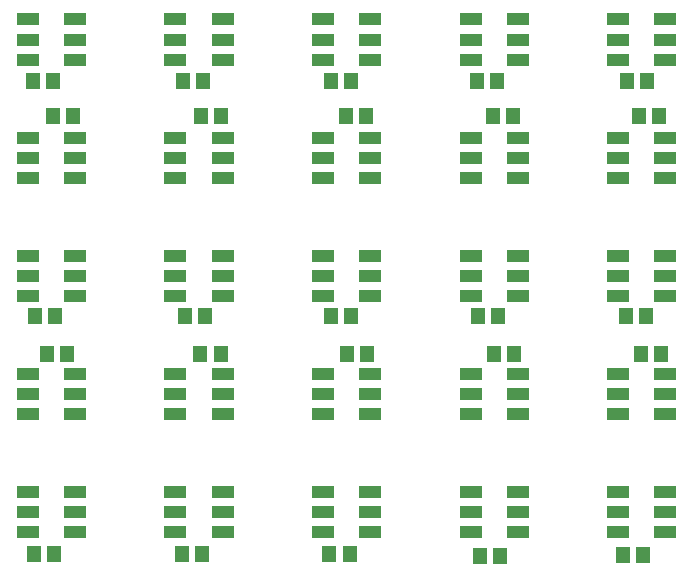
<source format=gtp>
G04 EAGLE Gerber RS-274X export*
G75*
%MOMM*%
%FSLAX34Y34*%
%LPD*%
%INSolderpaste Top*%
%IPPOS*%
%AMOC8*
5,1,8,0,0,1.08239X$1,22.5*%
G01*
%ADD10R,1.170000X1.370000*%
%ADD11R,1.890000X0.990000*%


D10*
X149400Y425000D03*
X166400Y425000D03*
X183300Y395000D03*
X166300Y395000D03*
X151500Y226000D03*
X168500Y226000D03*
X278500Y226000D03*
X295500Y226000D03*
X401500Y226000D03*
X418500Y226000D03*
X526500Y226000D03*
X543500Y226000D03*
X651500Y226000D03*
X668500Y226000D03*
X680900Y194000D03*
X663900Y194000D03*
X556700Y194000D03*
X539700Y194000D03*
X432500Y194000D03*
X415500Y194000D03*
X308300Y194000D03*
X291300Y194000D03*
X276500Y425000D03*
X293500Y425000D03*
X178500Y194000D03*
X161500Y194000D03*
X150500Y24000D03*
X167500Y24000D03*
X275500Y24000D03*
X292500Y24000D03*
X400500Y24000D03*
X417500Y24000D03*
X527700Y22600D03*
X544700Y22600D03*
X649100Y23400D03*
X666100Y23400D03*
X401500Y425000D03*
X418500Y425000D03*
X525500Y425000D03*
X542500Y425000D03*
X652500Y425000D03*
X669500Y425000D03*
X679600Y395000D03*
X662600Y395000D03*
X555900Y395000D03*
X538900Y395000D03*
X431700Y395000D03*
X414700Y395000D03*
X308500Y395000D03*
X291500Y395000D03*
D11*
X270000Y377000D03*
X270000Y360000D03*
X270000Y343000D03*
X310000Y343000D03*
X310000Y360000D03*
X310000Y377000D03*
X145000Y377000D03*
X145000Y360000D03*
X145000Y343000D03*
X185000Y343000D03*
X185000Y360000D03*
X185000Y377000D03*
X185000Y243000D03*
X185000Y260000D03*
X185000Y277000D03*
X145000Y277000D03*
X145000Y260000D03*
X145000Y243000D03*
X310000Y243000D03*
X310000Y260000D03*
X310000Y277000D03*
X270000Y277000D03*
X270000Y260000D03*
X270000Y243000D03*
X435000Y243000D03*
X435000Y260000D03*
X435000Y277000D03*
X395000Y277000D03*
X395000Y260000D03*
X395000Y243000D03*
X560000Y243000D03*
X560000Y260000D03*
X560000Y277000D03*
X520000Y277000D03*
X520000Y260000D03*
X520000Y243000D03*
X685000Y243000D03*
X685000Y260000D03*
X685000Y277000D03*
X645000Y277000D03*
X645000Y260000D03*
X645000Y243000D03*
X645000Y177000D03*
X645000Y160000D03*
X645000Y143000D03*
X685000Y143000D03*
X685000Y160000D03*
X685000Y177000D03*
X520000Y177000D03*
X520000Y160000D03*
X520000Y143000D03*
X560000Y143000D03*
X560000Y160000D03*
X560000Y177000D03*
X395000Y177000D03*
X395000Y160000D03*
X395000Y143000D03*
X435000Y143000D03*
X435000Y160000D03*
X435000Y177000D03*
X185000Y443000D03*
X185000Y460000D03*
X185000Y477000D03*
X145000Y477000D03*
X145000Y460000D03*
X145000Y443000D03*
X270000Y177000D03*
X270000Y160000D03*
X270000Y143000D03*
X310000Y143000D03*
X310000Y160000D03*
X310000Y177000D03*
X145000Y177000D03*
X145000Y160000D03*
X145000Y143000D03*
X185000Y143000D03*
X185000Y160000D03*
X185000Y177000D03*
X185000Y43000D03*
X185000Y60000D03*
X185000Y77000D03*
X145000Y77000D03*
X145000Y60000D03*
X145000Y43000D03*
X310000Y43000D03*
X310000Y60000D03*
X310000Y77000D03*
X270000Y77000D03*
X270000Y60000D03*
X270000Y43000D03*
X435000Y43000D03*
X435000Y60000D03*
X435000Y77000D03*
X395000Y77000D03*
X395000Y60000D03*
X395000Y43000D03*
X560000Y43000D03*
X560000Y60000D03*
X560000Y77000D03*
X520000Y77000D03*
X520000Y60000D03*
X520000Y43000D03*
X685000Y43000D03*
X685000Y60000D03*
X685000Y77000D03*
X645000Y77000D03*
X645000Y60000D03*
X645000Y43000D03*
X310000Y443000D03*
X310000Y460000D03*
X310000Y477000D03*
X270000Y477000D03*
X270000Y460000D03*
X270000Y443000D03*
X435000Y443000D03*
X435000Y460000D03*
X435000Y477000D03*
X395000Y477000D03*
X395000Y460000D03*
X395000Y443000D03*
X560000Y443000D03*
X560000Y460000D03*
X560000Y477000D03*
X520000Y477000D03*
X520000Y460000D03*
X520000Y443000D03*
X685000Y443000D03*
X685000Y460000D03*
X685000Y477000D03*
X645000Y477000D03*
X645000Y460000D03*
X645000Y443000D03*
X645000Y377000D03*
X645000Y360000D03*
X645000Y343000D03*
X685000Y343000D03*
X685000Y360000D03*
X685000Y377000D03*
X520000Y377000D03*
X520000Y360000D03*
X520000Y343000D03*
X560000Y343000D03*
X560000Y360000D03*
X560000Y377000D03*
X395000Y377000D03*
X395000Y360000D03*
X395000Y343000D03*
X435000Y343000D03*
X435000Y360000D03*
X435000Y377000D03*
M02*

</source>
